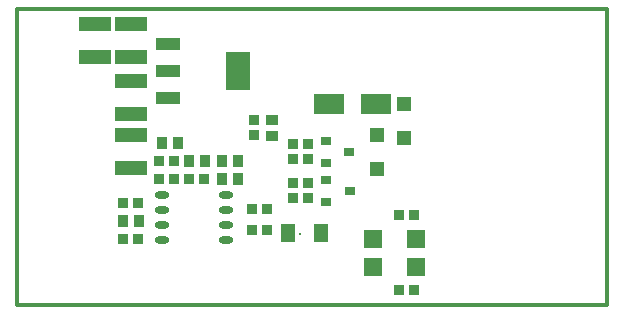
<source format=gtp>
G04*
G04 #@! TF.GenerationSoftware,Altium Limited,Altium Designer,21.1.0 (24)*
G04*
G04 Layer_Color=8421504*
%FSLAX44Y44*%
%MOMM*%
G71*
G04*
G04 #@! TF.SameCoordinates,11EEB628-8EEC-4D1F-BDFF-B4013DCA5F77*
G04*
G04*
G04 #@! TF.FilePolarity,Positive*
G04*
G01*
G75*
%ADD16C,0.3000*%
%ADD17R,1.2000X1.6500*%
%ADD18C,0.3000*%
%ADD19R,1.5000X1.6000*%
%ADD20R,0.8500X0.9500*%
%ADD21R,2.7000X1.3000*%
%ADD22R,1.2000X1.2000*%
%ADD23R,1.2000X1.2000*%
%ADD24R,0.9000X1.0000*%
%ADD25R,2.1500X1.0000*%
%ADD26R,2.1500X3.2500*%
%ADD27R,0.9000X0.8000*%
%ADD28O,1.2000X0.6000*%
%ADD29R,0.9500X0.8500*%
%ADD30R,2.5000X1.7000*%
%ADD31R,1.0000X0.9000*%
D16*
X0Y250000D02*
X500000Y250000D01*
X0Y0D02*
Y250000D01*
X500000Y0D02*
Y250000D01*
X0Y0D02*
X500000Y0D01*
D17*
X257840Y60960D02*
D03*
X229840D02*
D03*
D18*
X240000Y60000D02*
D03*
X235000D02*
D03*
D19*
X338000Y55626D02*
D03*
X302000D02*
D03*
X338000Y32004D02*
D03*
X302000D02*
D03*
D20*
X336500Y75692D02*
D03*
X323500D02*
D03*
X120500Y106680D02*
D03*
X133500D02*
D03*
X145900D02*
D03*
X158900D02*
D03*
X336500Y12192D02*
D03*
X323500D02*
D03*
X212240Y63500D02*
D03*
X199240D02*
D03*
X199240Y81280D02*
D03*
X212240D02*
D03*
X90020Y86360D02*
D03*
X103020D02*
D03*
X103020Y55880D02*
D03*
X90020D02*
D03*
X133500Y121920D02*
D03*
X120500D02*
D03*
D21*
X96520Y143540D02*
D03*
Y115540D02*
D03*
X66040Y237520D02*
D03*
Y209520D02*
D03*
X96520D02*
D03*
Y237520D02*
D03*
Y189260D02*
D03*
Y161260D02*
D03*
D22*
X304800Y143840D02*
D03*
X327660Y170180D02*
D03*
D23*
X304800Y115240D02*
D03*
X327660Y141580D02*
D03*
D24*
X89770Y71120D02*
D03*
X103270D02*
D03*
X187090Y106680D02*
D03*
X173590D02*
D03*
X187090Y121920D02*
D03*
X173590D02*
D03*
X145650D02*
D03*
X159150D02*
D03*
X136290Y137160D02*
D03*
X122790D02*
D03*
D25*
X128520Y221120D02*
D03*
Y198120D02*
D03*
Y175120D02*
D03*
D26*
X187020Y198120D02*
D03*
D27*
X261780Y139040D02*
D03*
Y120040D02*
D03*
X281780Y129540D02*
D03*
X261940Y106020D02*
D03*
Y87020D02*
D03*
X281940Y96520D02*
D03*
D28*
X122820Y92710D02*
D03*
Y80010D02*
D03*
Y67310D02*
D03*
Y54610D02*
D03*
X176900Y92710D02*
D03*
Y80010D02*
D03*
Y67310D02*
D03*
Y54610D02*
D03*
D29*
X246380Y123040D02*
D03*
Y136040D02*
D03*
Y90020D02*
D03*
Y103020D02*
D03*
X233680Y123040D02*
D03*
Y136040D02*
D03*
Y90020D02*
D03*
Y103020D02*
D03*
X200660Y156360D02*
D03*
Y143360D02*
D03*
D30*
X304480Y170180D02*
D03*
X264480D02*
D03*
D31*
X215900Y143110D02*
D03*
Y156610D02*
D03*
M02*

</source>
